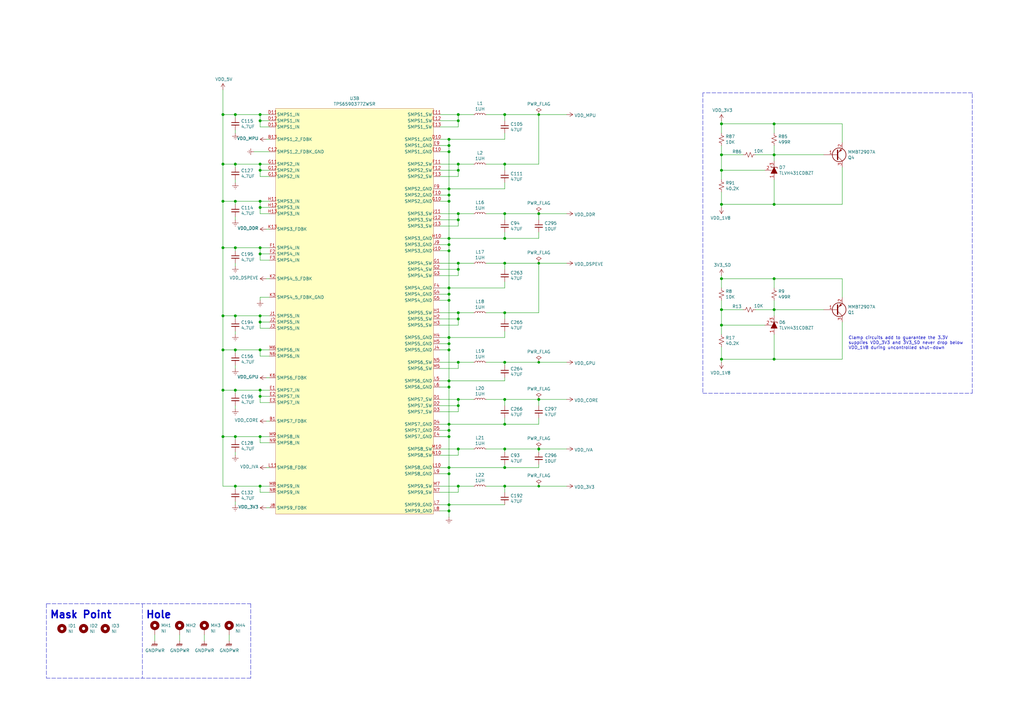
<source format=kicad_sch>
(kicad_sch (version 20210126) (generator eeschema)
  (paper "A3")
  (title_block (title "BeagleBone AI AM57x") (date "2021-01-15") (rev "Kicad-A1") (company "KiCad Services Corporation"))
  (junction (at 91.44 46.99) (diameter 1.016))
  (junction (at 91.44 67.31) (diameter 1.016))
  (junction (at 91.44 82.55) (diameter 1.016))
  (junction (at 91.44 101.6) (diameter 1.016))
  (junction (at 91.44 129.54) (diameter 1.016))
  (junction (at 91.44 143.51) (diameter 1.016))
  (junction (at 91.44 160.02) (diameter 1.016))
  (junction (at 91.44 179.07) (diameter 1.016))
  (junction (at 96.52 46.99) (diameter 1.016))
  (junction (at 96.52 67.31) (diameter 1.016))
  (junction (at 96.52 82.55) (diameter 1.016))
  (junction (at 96.52 101.6) (diameter 1.016))
  (junction (at 96.52 129.54) (diameter 1.016))
  (junction (at 96.52 143.51) (diameter 1.016))
  (junction (at 96.52 160.02) (diameter 1.016))
  (junction (at 96.52 179.07) (diameter 1.016))
  (junction (at 96.52 199.39) (diameter 1.016))
  (junction (at 106.68 46.99) (diameter 1.016))
  (junction (at 106.68 49.53) (diameter 1.016))
  (junction (at 106.68 67.31) (diameter 1.016))
  (junction (at 106.68 69.85) (diameter 1.016))
  (junction (at 106.68 82.55) (diameter 1.016))
  (junction (at 106.68 85.09) (diameter 1.016))
  (junction (at 106.68 101.6) (diameter 1.016))
  (junction (at 106.68 104.14) (diameter 1.016))
  (junction (at 106.68 129.54) (diameter 1.016))
  (junction (at 106.68 132.08) (diameter 1.016))
  (junction (at 106.68 143.51) (diameter 1.016))
  (junction (at 106.68 160.02) (diameter 1.016))
  (junction (at 106.68 162.56) (diameter 1.016))
  (junction (at 106.68 179.07) (diameter 1.016))
  (junction (at 106.68 199.39) (diameter 1.016))
  (junction (at 184.15 57.15) (diameter 1.016))
  (junction (at 184.15 59.69) (diameter 1.016))
  (junction (at 184.15 62.23) (diameter 1.016))
  (junction (at 184.15 77.47) (diameter 1.016))
  (junction (at 184.15 80.01) (diameter 1.016))
  (junction (at 184.15 82.55) (diameter 1.016))
  (junction (at 184.15 97.79) (diameter 1.016))
  (junction (at 184.15 100.33) (diameter 1.016))
  (junction (at 184.15 102.87) (diameter 1.016))
  (junction (at 184.15 118.11) (diameter 1.016))
  (junction (at 184.15 120.65) (diameter 1.016))
  (junction (at 184.15 123.19) (diameter 1.016))
  (junction (at 184.15 138.43) (diameter 1.016))
  (junction (at 184.15 140.97) (diameter 1.016))
  (junction (at 184.15 143.51) (diameter 1.016))
  (junction (at 184.15 156.21) (diameter 1.016))
  (junction (at 184.15 158.75) (diameter 1.016))
  (junction (at 184.15 173.99) (diameter 1.016))
  (junction (at 184.15 176.53) (diameter 1.016))
  (junction (at 184.15 179.07) (diameter 1.016))
  (junction (at 184.15 191.77) (diameter 1.016))
  (junction (at 184.15 194.31) (diameter 1.016))
  (junction (at 184.15 207.01) (diameter 1.016))
  (junction (at 184.15 209.55) (diameter 1.016))
  (junction (at 187.96 46.99) (diameter 1.016))
  (junction (at 187.96 49.53) (diameter 1.016))
  (junction (at 187.96 67.31) (diameter 1.016))
  (junction (at 187.96 69.85) (diameter 1.016))
  (junction (at 187.96 87.63) (diameter 1.016))
  (junction (at 187.96 90.17) (diameter 1.016))
  (junction (at 187.96 107.95) (diameter 1.016))
  (junction (at 187.96 110.49) (diameter 1.016))
  (junction (at 187.96 128.27) (diameter 1.016))
  (junction (at 187.96 130.81) (diameter 1.016))
  (junction (at 187.96 148.59) (diameter 1.016))
  (junction (at 187.96 163.83) (diameter 1.016))
  (junction (at 187.96 166.37) (diameter 1.016))
  (junction (at 187.96 184.15) (diameter 1.016))
  (junction (at 187.96 199.39) (diameter 1.016))
  (junction (at 207.01 46.99) (diameter 1.016))
  (junction (at 207.01 67.31) (diameter 1.016))
  (junction (at 207.01 87.63) (diameter 1.016))
  (junction (at 207.01 97.79) (diameter 1.016))
  (junction (at 207.01 107.95) (diameter 1.016))
  (junction (at 207.01 128.27) (diameter 1.016))
  (junction (at 207.01 148.59) (diameter 1.016))
  (junction (at 207.01 163.83) (diameter 1.016))
  (junction (at 207.01 173.99) (diameter 1.016))
  (junction (at 207.01 184.15) (diameter 1.016))
  (junction (at 207.01 191.77) (diameter 1.016))
  (junction (at 207.01 199.39) (diameter 1.016))
  (junction (at 220.98 46.99) (diameter 0.9144))
  (junction (at 220.98 87.63) (diameter 1.016))
  (junction (at 220.98 107.95) (diameter 0.9144))
  (junction (at 220.98 148.59) (diameter 0.9144))
  (junction (at 220.98 163.83) (diameter 1.016))
  (junction (at 220.98 184.15) (diameter 1.016))
  (junction (at 220.98 199.39) (diameter 0.9144))
  (junction (at 295.91 50.8) (diameter 1.016))
  (junction (at 295.91 63.5) (diameter 1.016))
  (junction (at 295.91 69.85) (diameter 1.016))
  (junction (at 295.91 83.82) (diameter 1.016))
  (junction (at 295.91 114.3) (diameter 1.016))
  (junction (at 295.91 127) (diameter 1.016))
  (junction (at 295.91 133.35) (diameter 1.016))
  (junction (at 295.91 147.32) (diameter 1.016))
  (junction (at 317.5 50.8) (diameter 1.016))
  (junction (at 317.5 63.5) (diameter 1.016))
  (junction (at 317.5 83.82) (diameter 1.016))
  (junction (at 317.5 114.3) (diameter 1.016))
  (junction (at 317.5 127) (diameter 1.016))
  (junction (at 317.5 147.32) (diameter 1.016))
  (wire (pts (xy 63.5 260.35) (xy 63.5 262.89)))
  (wire (pts (xy 73.66 260.35) (xy 73.66 262.89)))
  (wire (pts (xy 83.82 260.35) (xy 83.82 262.89)))
  (wire (pts (xy 91.44 46.99) (xy 91.44 36.83)))
  (wire (pts (xy 91.44 67.31) (xy 91.44 46.99)))
  (wire (pts (xy 91.44 82.55) (xy 91.44 67.31)))
  (wire (pts (xy 91.44 101.6) (xy 91.44 82.55)))
  (wire (pts (xy 91.44 129.54) (xy 91.44 101.6)))
  (wire (pts (xy 91.44 143.51) (xy 91.44 129.54)))
  (wire (pts (xy 91.44 160.02) (xy 91.44 143.51)))
  (wire (pts (xy 91.44 179.07) (xy 91.44 160.02)))
  (wire (pts (xy 91.44 199.39) (xy 91.44 179.07)))
  (wire (pts (xy 93.98 260.35) (xy 93.98 262.89)))
  (wire (pts (xy 96.52 46.99) (xy 91.44 46.99)))
  (wire (pts (xy 96.52 46.99) (xy 96.52 48.26)))
  (wire (pts (xy 96.52 53.34) (xy 96.52 54.61)))
  (wire (pts (xy 96.52 67.31) (xy 91.44 67.31)))
  (wire (pts (xy 96.52 67.31) (xy 96.52 68.58)))
  (wire (pts (xy 96.52 73.66) (xy 96.52 74.93)))
  (wire (pts (xy 96.52 82.55) (xy 91.44 82.55)))
  (wire (pts (xy 96.52 82.55) (xy 96.52 83.82)))
  (wire (pts (xy 96.52 88.9) (xy 96.52 90.17)))
  (wire (pts (xy 96.52 101.6) (xy 91.44 101.6)))
  (wire (pts (xy 96.52 101.6) (xy 96.52 102.87)))
  (wire (pts (xy 96.52 107.95) (xy 96.52 109.22)))
  (wire (pts (xy 96.52 129.54) (xy 91.44 129.54)))
  (wire (pts (xy 96.52 129.54) (xy 96.52 130.81)))
  (wire (pts (xy 96.52 135.89) (xy 96.52 137.16)))
  (wire (pts (xy 96.52 143.51) (xy 91.44 143.51)))
  (wire (pts (xy 96.52 143.51) (xy 96.52 144.78)))
  (wire (pts (xy 96.52 149.86) (xy 96.52 151.13)))
  (wire (pts (xy 96.52 160.02) (xy 91.44 160.02)))
  (wire (pts (xy 96.52 160.02) (xy 96.52 161.29)))
  (wire (pts (xy 96.52 166.37) (xy 96.52 167.64)))
  (wire (pts (xy 96.52 179.07) (xy 91.44 179.07)))
  (wire (pts (xy 96.52 179.07) (xy 96.52 180.34)))
  (wire (pts (xy 96.52 185.42) (xy 96.52 186.69)))
  (wire (pts (xy 96.52 199.39) (xy 91.44 199.39)))
  (wire (pts (xy 96.52 199.39) (xy 96.52 200.66)))
  (wire (pts (xy 96.52 205.74) (xy 96.52 207.01)))
  (wire (pts (xy 104.14 62.23) (xy 110.49 62.23)))
  (wire (pts (xy 106.68 46.99) (xy 96.52 46.99)))
  (wire (pts (xy 106.68 49.53) (xy 106.68 46.99)))
  (wire (pts (xy 106.68 49.53) (xy 110.49 49.53)))
  (wire (pts (xy 106.68 52.07) (xy 106.68 49.53)))
  (wire (pts (xy 106.68 67.31) (xy 96.52 67.31)))
  (wire (pts (xy 106.68 69.85) (xy 106.68 67.31)))
  (wire (pts (xy 106.68 69.85) (xy 110.49 69.85)))
  (wire (pts (xy 106.68 72.39) (xy 106.68 69.85)))
  (wire (pts (xy 106.68 82.55) (xy 96.52 82.55)))
  (wire (pts (xy 106.68 85.09) (xy 106.68 82.55)))
  (wire (pts (xy 106.68 85.09) (xy 110.49 85.09)))
  (wire (pts (xy 106.68 87.63) (xy 106.68 85.09)))
  (wire (pts (xy 106.68 101.6) (xy 96.52 101.6)))
  (wire (pts (xy 106.68 104.14) (xy 106.68 101.6)))
  (wire (pts (xy 106.68 104.14) (xy 110.49 104.14)))
  (wire (pts (xy 106.68 106.68) (xy 106.68 104.14)))
  (wire (pts (xy 106.68 121.92) (xy 106.68 123.19)))
  (wire (pts (xy 106.68 129.54) (xy 96.52 129.54)))
  (wire (pts (xy 106.68 132.08) (xy 106.68 129.54)))
  (wire (pts (xy 106.68 132.08) (xy 110.49 132.08)))
  (wire (pts (xy 106.68 134.62) (xy 106.68 132.08)))
  (wire (pts (xy 106.68 143.51) (xy 96.52 143.51)))
  (wire (pts (xy 106.68 146.05) (xy 106.68 143.51)))
  (wire (pts (xy 106.68 160.02) (xy 96.52 160.02)))
  (wire (pts (xy 106.68 162.56) (xy 106.68 160.02)))
  (wire (pts (xy 106.68 162.56) (xy 110.49 162.56)))
  (wire (pts (xy 106.68 165.1) (xy 106.68 162.56)))
  (wire (pts (xy 106.68 179.07) (xy 96.52 179.07)))
  (wire (pts (xy 106.68 181.61) (xy 106.68 179.07)))
  (wire (pts (xy 106.68 199.39) (xy 96.52 199.39)))
  (wire (pts (xy 106.68 201.93) (xy 106.68 199.39)))
  (wire (pts (xy 109.22 57.15) (xy 110.49 57.15)))
  (wire (pts (xy 109.22 93.98) (xy 110.49 93.98)))
  (wire (pts (xy 109.22 114.3) (xy 110.49 114.3)))
  (wire (pts (xy 109.22 154.94) (xy 110.49 154.94)))
  (wire (pts (xy 109.22 172.72) (xy 110.49 172.72)))
  (wire (pts (xy 109.22 191.77) (xy 110.49 191.77)))
  (wire (pts (xy 109.22 208.28) (xy 110.49 208.28)))
  (wire (pts (xy 110.49 46.99) (xy 106.68 46.99)))
  (wire (pts (xy 110.49 52.07) (xy 106.68 52.07)))
  (wire (pts (xy 110.49 67.31) (xy 106.68 67.31)))
  (wire (pts (xy 110.49 72.39) (xy 106.68 72.39)))
  (wire (pts (xy 110.49 82.55) (xy 106.68 82.55)))
  (wire (pts (xy 110.49 87.63) (xy 106.68 87.63)))
  (wire (pts (xy 110.49 101.6) (xy 106.68 101.6)))
  (wire (pts (xy 110.49 106.68) (xy 106.68 106.68)))
  (wire (pts (xy 110.49 121.92) (xy 106.68 121.92)))
  (wire (pts (xy 110.49 129.54) (xy 106.68 129.54)))
  (wire (pts (xy 110.49 134.62) (xy 106.68 134.62)))
  (wire (pts (xy 110.49 143.51) (xy 106.68 143.51)))
  (wire (pts (xy 110.49 146.05) (xy 106.68 146.05)))
  (wire (pts (xy 110.49 160.02) (xy 106.68 160.02)))
  (wire (pts (xy 110.49 165.1) (xy 106.68 165.1)))
  (wire (pts (xy 110.49 179.07) (xy 106.68 179.07)))
  (wire (pts (xy 110.49 181.61) (xy 106.68 181.61)))
  (wire (pts (xy 110.49 199.39) (xy 106.68 199.39)))
  (wire (pts (xy 110.49 201.93) (xy 106.68 201.93)))
  (wire (pts (xy 180.34 46.99) (xy 187.96 46.99)))
  (wire (pts (xy 180.34 49.53) (xy 187.96 49.53)))
  (wire (pts (xy 180.34 52.07) (xy 187.96 52.07)))
  (wire (pts (xy 180.34 57.15) (xy 184.15 57.15)))
  (wire (pts (xy 180.34 59.69) (xy 184.15 59.69)))
  (wire (pts (xy 180.34 62.23) (xy 184.15 62.23)))
  (wire (pts (xy 180.34 67.31) (xy 187.96 67.31)))
  (wire (pts (xy 180.34 69.85) (xy 187.96 69.85)))
  (wire (pts (xy 180.34 72.39) (xy 187.96 72.39)))
  (wire (pts (xy 180.34 77.47) (xy 184.15 77.47)))
  (wire (pts (xy 180.34 80.01) (xy 184.15 80.01)))
  (wire (pts (xy 180.34 82.55) (xy 184.15 82.55)))
  (wire (pts (xy 180.34 87.63) (xy 187.96 87.63)))
  (wire (pts (xy 180.34 90.17) (xy 187.96 90.17)))
  (wire (pts (xy 180.34 92.71) (xy 187.96 92.71)))
  (wire (pts (xy 180.34 97.79) (xy 184.15 97.79)))
  (wire (pts (xy 180.34 100.33) (xy 184.15 100.33)))
  (wire (pts (xy 180.34 102.87) (xy 184.15 102.87)))
  (wire (pts (xy 180.34 107.95) (xy 187.96 107.95)))
  (wire (pts (xy 180.34 110.49) (xy 187.96 110.49)))
  (wire (pts (xy 180.34 113.03) (xy 187.96 113.03)))
  (wire (pts (xy 180.34 118.11) (xy 184.15 118.11)))
  (wire (pts (xy 180.34 120.65) (xy 184.15 120.65)))
  (wire (pts (xy 180.34 123.19) (xy 184.15 123.19)))
  (wire (pts (xy 180.34 128.27) (xy 187.96 128.27)))
  (wire (pts (xy 180.34 130.81) (xy 187.96 130.81)))
  (wire (pts (xy 180.34 133.35) (xy 187.96 133.35)))
  (wire (pts (xy 180.34 138.43) (xy 184.15 138.43)))
  (wire (pts (xy 180.34 140.97) (xy 184.15 140.97)))
  (wire (pts (xy 180.34 143.51) (xy 184.15 143.51)))
  (wire (pts (xy 180.34 148.59) (xy 187.96 148.59)))
  (wire (pts (xy 180.34 151.13) (xy 187.96 151.13)))
  (wire (pts (xy 180.34 156.21) (xy 184.15 156.21)))
  (wire (pts (xy 180.34 158.75) (xy 184.15 158.75)))
  (wire (pts (xy 180.34 163.83) (xy 187.96 163.83)))
  (wire (pts (xy 180.34 166.37) (xy 187.96 166.37)))
  (wire (pts (xy 180.34 168.91) (xy 187.96 168.91)))
  (wire (pts (xy 180.34 173.99) (xy 184.15 173.99)))
  (wire (pts (xy 180.34 176.53) (xy 184.15 176.53)))
  (wire (pts (xy 180.34 179.07) (xy 184.15 179.07)))
  (wire (pts (xy 180.34 184.15) (xy 187.96 184.15)))
  (wire (pts (xy 180.34 186.69) (xy 187.96 186.69)))
  (wire (pts (xy 180.34 191.77) (xy 184.15 191.77)))
  (wire (pts (xy 180.34 194.31) (xy 184.15 194.31)))
  (wire (pts (xy 180.34 199.39) (xy 187.96 199.39)))
  (wire (pts (xy 180.34 201.93) (xy 187.96 201.93)))
  (wire (pts (xy 180.34 207.01) (xy 184.15 207.01)))
  (wire (pts (xy 180.34 209.55) (xy 184.15 209.55)))
  (wire (pts (xy 184.15 57.15) (xy 184.15 59.69)))
  (wire (pts (xy 184.15 57.15) (xy 207.01 57.15)))
  (wire (pts (xy 184.15 59.69) (xy 184.15 62.23)))
  (wire (pts (xy 184.15 62.23) (xy 184.15 77.47)))
  (wire (pts (xy 184.15 77.47) (xy 184.15 80.01)))
  (wire (pts (xy 184.15 80.01) (xy 184.15 82.55)))
  (wire (pts (xy 184.15 82.55) (xy 184.15 97.79)))
  (wire (pts (xy 184.15 97.79) (xy 184.15 100.33)))
  (wire (pts (xy 184.15 97.79) (xy 207.01 97.79)))
  (wire (pts (xy 184.15 100.33) (xy 184.15 102.87)))
  (wire (pts (xy 184.15 102.87) (xy 184.15 118.11)))
  (wire (pts (xy 184.15 118.11) (xy 184.15 120.65)))
  (wire (pts (xy 184.15 118.11) (xy 207.01 118.11)))
  (wire (pts (xy 184.15 120.65) (xy 184.15 123.19)))
  (wire (pts (xy 184.15 123.19) (xy 184.15 138.43)))
  (wire (pts (xy 184.15 138.43) (xy 184.15 140.97)))
  (wire (pts (xy 184.15 138.43) (xy 207.01 138.43)))
  (wire (pts (xy 184.15 140.97) (xy 184.15 143.51)))
  (wire (pts (xy 184.15 143.51) (xy 184.15 156.21)))
  (wire (pts (xy 184.15 156.21) (xy 184.15 158.75)))
  (wire (pts (xy 184.15 156.21) (xy 207.01 156.21)))
  (wire (pts (xy 184.15 158.75) (xy 184.15 173.99)))
  (wire (pts (xy 184.15 173.99) (xy 184.15 176.53)))
  (wire (pts (xy 184.15 173.99) (xy 207.01 173.99)))
  (wire (pts (xy 184.15 176.53) (xy 184.15 179.07)))
  (wire (pts (xy 184.15 179.07) (xy 184.15 191.77)))
  (wire (pts (xy 184.15 191.77) (xy 184.15 194.31)))
  (wire (pts (xy 184.15 191.77) (xy 207.01 191.77)))
  (wire (pts (xy 184.15 194.31) (xy 184.15 207.01)))
  (wire (pts (xy 184.15 207.01) (xy 207.01 207.01)))
  (wire (pts (xy 184.15 209.55) (xy 184.15 207.01)))
  (wire (pts (xy 184.15 209.55) (xy 184.15 212.09)))
  (wire (pts (xy 187.96 46.99) (xy 194.31 46.99)))
  (wire (pts (xy 187.96 49.53) (xy 187.96 46.99)))
  (wire (pts (xy 187.96 52.07) (xy 187.96 49.53)))
  (wire (pts (xy 187.96 67.31) (xy 194.31 67.31)))
  (wire (pts (xy 187.96 69.85) (xy 187.96 67.31)))
  (wire (pts (xy 187.96 72.39) (xy 187.96 69.85)))
  (wire (pts (xy 187.96 87.63) (xy 194.31 87.63)))
  (wire (pts (xy 187.96 90.17) (xy 187.96 87.63)))
  (wire (pts (xy 187.96 92.71) (xy 187.96 90.17)))
  (wire (pts (xy 187.96 107.95) (xy 194.31 107.95)))
  (wire (pts (xy 187.96 110.49) (xy 187.96 107.95)))
  (wire (pts (xy 187.96 113.03) (xy 187.96 110.49)))
  (wire (pts (xy 187.96 128.27) (xy 194.31 128.27)))
  (wire (pts (xy 187.96 130.81) (xy 187.96 128.27)))
  (wire (pts (xy 187.96 133.35) (xy 187.96 130.81)))
  (wire (pts (xy 187.96 148.59) (xy 194.31 148.59)))
  (wire (pts (xy 187.96 151.13) (xy 187.96 148.59)))
  (wire (pts (xy 187.96 163.83) (xy 194.31 163.83)))
  (wire (pts (xy 187.96 166.37) (xy 187.96 163.83)))
  (wire (pts (xy 187.96 168.91) (xy 187.96 166.37)))
  (wire (pts (xy 187.96 184.15) (xy 194.31 184.15)))
  (wire (pts (xy 187.96 186.69) (xy 187.96 184.15)))
  (wire (pts (xy 187.96 199.39) (xy 194.31 199.39)))
  (wire (pts (xy 187.96 201.93) (xy 187.96 199.39)))
  (wire (pts (xy 199.39 46.99) (xy 207.01 46.99)))
  (wire (pts (xy 199.39 67.31) (xy 207.01 67.31)))
  (wire (pts (xy 199.39 87.63) (xy 207.01 87.63)))
  (wire (pts (xy 199.39 107.95) (xy 207.01 107.95)))
  (wire (pts (xy 199.39 128.27) (xy 207.01 128.27)))
  (wire (pts (xy 199.39 148.59) (xy 207.01 148.59)))
  (wire (pts (xy 199.39 163.83) (xy 207.01 163.83)))
  (wire (pts (xy 199.39 184.15) (xy 207.01 184.15)))
  (wire (pts (xy 199.39 199.39) (xy 207.01 199.39)))
  (wire (pts (xy 207.01 46.99) (xy 207.01 49.53)))
  (wire (pts (xy 207.01 46.99) (xy 220.98 46.99)))
  (wire (pts (xy 207.01 57.15) (xy 207.01 54.61)))
  (wire (pts (xy 207.01 67.31) (xy 207.01 69.85)))
  (wire (pts (xy 207.01 67.31) (xy 220.98 67.31)))
  (wire (pts (xy 207.01 74.93) (xy 207.01 77.47)))
  (wire (pts (xy 207.01 77.47) (xy 184.15 77.47)))
  (wire (pts (xy 207.01 87.63) (xy 207.01 90.17)))
  (wire (pts (xy 207.01 87.63) (xy 220.98 87.63)))
  (wire (pts (xy 207.01 95.25) (xy 207.01 97.79)))
  (wire (pts (xy 207.01 107.95) (xy 207.01 110.49)))
  (wire (pts (xy 207.01 107.95) (xy 220.98 107.95)))
  (wire (pts (xy 207.01 118.11) (xy 207.01 115.57)))
  (wire (pts (xy 207.01 128.27) (xy 207.01 130.81)))
  (wire (pts (xy 207.01 128.27) (xy 220.98 128.27)))
  (wire (pts (xy 207.01 138.43) (xy 207.01 135.89)))
  (wire (pts (xy 207.01 148.59) (xy 207.01 149.86)))
  (wire (pts (xy 207.01 148.59) (xy 220.98 148.59)))
  (wire (pts (xy 207.01 154.94) (xy 207.01 156.21)))
  (wire (pts (xy 207.01 163.83) (xy 207.01 166.37)))
  (wire (pts (xy 207.01 163.83) (xy 220.98 163.83)))
  (wire (pts (xy 207.01 173.99) (xy 207.01 171.45)))
  (wire (pts (xy 207.01 184.15) (xy 207.01 185.42)))
  (wire (pts (xy 207.01 184.15) (xy 220.98 184.15)))
  (wire (pts (xy 207.01 190.5) (xy 207.01 191.77)))
  (wire (pts (xy 207.01 199.39) (xy 207.01 201.93)))
  (wire (pts (xy 207.01 199.39) (xy 220.98 199.39)))
  (wire (pts (xy 220.98 46.99) (xy 220.98 67.31)))
  (wire (pts (xy 220.98 46.99) (xy 232.41 46.99)))
  (wire (pts (xy 220.98 87.63) (xy 220.98 90.17)))
  (wire (pts (xy 220.98 87.63) (xy 232.41 87.63)))
  (wire (pts (xy 220.98 95.25) (xy 220.98 97.79)))
  (wire (pts (xy 220.98 97.79) (xy 207.01 97.79)))
  (wire (pts (xy 220.98 107.95) (xy 232.41 107.95)))
  (wire (pts (xy 220.98 128.27) (xy 220.98 107.95)))
  (wire (pts (xy 220.98 148.59) (xy 232.41 148.59)))
  (wire (pts (xy 220.98 163.83) (xy 220.98 166.37)))
  (wire (pts (xy 220.98 163.83) (xy 232.41 163.83)))
  (wire (pts (xy 220.98 171.45) (xy 220.98 173.99)))
  (wire (pts (xy 220.98 173.99) (xy 207.01 173.99)))
  (wire (pts (xy 220.98 184.15) (xy 220.98 185.42)))
  (wire (pts (xy 220.98 184.15) (xy 232.41 184.15)))
  (wire (pts (xy 220.98 190.5) (xy 220.98 191.77)))
  (wire (pts (xy 220.98 191.77) (xy 207.01 191.77)))
  (wire (pts (xy 220.98 199.39) (xy 232.41 199.39)))
  (wire (pts (xy 295.91 49.53) (xy 295.91 50.8)))
  (wire (pts (xy 295.91 50.8) (xy 295.91 54.61)))
  (wire (pts (xy 295.91 59.69) (xy 295.91 63.5)))
  (wire (pts (xy 295.91 63.5) (xy 295.91 69.85)))
  (wire (pts (xy 295.91 63.5) (xy 304.8 63.5)))
  (wire (pts (xy 295.91 69.85) (xy 295.91 73.66)))
  (wire (pts (xy 295.91 69.85) (xy 313.69 69.85)))
  (wire (pts (xy 295.91 83.82) (xy 295.91 78.74)))
  (wire (pts (xy 295.91 83.82) (xy 295.91 85.09)))
  (wire (pts (xy 295.91 113.03) (xy 295.91 114.3)))
  (wire (pts (xy 295.91 114.3) (xy 295.91 118.11)))
  (wire (pts (xy 295.91 123.19) (xy 295.91 127)))
  (wire (pts (xy 295.91 127) (xy 295.91 133.35)))
  (wire (pts (xy 295.91 127) (xy 304.8 127)))
  (wire (pts (xy 295.91 133.35) (xy 295.91 137.16)))
  (wire (pts (xy 295.91 133.35) (xy 313.69 133.35)))
  (wire (pts (xy 295.91 147.32) (xy 295.91 142.24)))
  (wire (pts (xy 295.91 147.32) (xy 295.91 148.59)))
  (wire (pts (xy 309.88 63.5) (xy 317.5 63.5)))
  (wire (pts (xy 309.88 127) (xy 317.5 127)))
  (wire (pts (xy 317.5 50.8) (xy 295.91 50.8)))
  (wire (pts (xy 317.5 54.61) (xy 317.5 50.8)))
  (wire (pts (xy 317.5 63.5) (xy 317.5 59.69)))
  (wire (pts (xy 317.5 63.5) (xy 317.5 66.04)))
  (wire (pts (xy 317.5 63.5) (xy 337.82 63.5)))
  (wire (pts (xy 317.5 73.66) (xy 317.5 83.82)))
  (wire (pts (xy 317.5 83.82) (xy 295.91 83.82)))
  (wire (pts (xy 317.5 114.3) (xy 295.91 114.3)))
  (wire (pts (xy 317.5 118.11) (xy 317.5 114.3)))
  (wire (pts (xy 317.5 127) (xy 317.5 123.19)))
  (wire (pts (xy 317.5 127) (xy 317.5 129.54)))
  (wire (pts (xy 317.5 127) (xy 337.82 127)))
  (wire (pts (xy 317.5 137.16) (xy 317.5 147.32)))
  (wire (pts (xy 317.5 147.32) (xy 295.91 147.32)))
  (wire (pts (xy 345.44 50.8) (xy 317.5 50.8)))
  (wire (pts (xy 345.44 58.42) (xy 345.44 50.8)))
  (wire (pts (xy 345.44 68.58) (xy 345.44 83.82)))
  (wire (pts (xy 345.44 83.82) (xy 317.5 83.82)))
  (wire (pts (xy 345.44 114.3) (xy 317.5 114.3)))
  (wire (pts (xy 345.44 121.92) (xy 345.44 114.3)))
  (wire (pts (xy 345.44 132.08) (xy 345.44 147.32)))
  (wire (pts (xy 345.44 147.32) (xy 317.5 147.32)))
  (polyline (pts (xy 19.05 247.65) (xy 19.05 278.13)) (stroke (width 0) (type dash)))
  (polyline (pts (xy 19.05 247.65) (xy 102.87 247.65)) (stroke (width 0) (type dash)))
  (polyline (pts (xy 58.42 247.65) (xy 58.42 278.13)) (stroke (width 0) (type dash)))
  (polyline (pts (xy 102.87 247.65) (xy 102.87 278.13)) (stroke (width 0) (type dash)))
  (polyline (pts (xy 102.87 278.13) (xy 19.05 278.13)) (stroke (width 0) (type dash)))
  (polyline (pts (xy 288.29 38.1) (xy 288.29 161.29)) (stroke (width 0) (type dash)))
  (polyline (pts (xy 288.29 161.29) (xy 398.78 161.29)) (stroke (width 0) (type dash)))
  (polyline (pts (xy 398.78 38.1) (xy 288.29 38.1)) (stroke (width 0) (type dash)))
  (polyline (pts (xy 398.78 161.29) (xy 398.78 38.1)) (stroke (width 0) (type dash)))
  (text "Mask Point" (at 20.32 254 0) (effects (font (size 3 3) (thickness 0.6) bold) (justify left bottom)))
  (text "Hole" (at 59.69 254 0) (effects (font (size 3 3) (thickness 0.6) bold) (justify left bottom)))
  (text "Clamp circuits add to guarantee the 3.3V\nsupplies VDD_3V3 and 3V3_SD never drop below\nVDD_1V8 during uncontrolled shut-down" (at 347.98 143.51 0) (effects (font (size 1.27 1.27)) (justify left bottom)))
  (symbol (lib_id "Device:L_Small") (at 196.85 46.99 90) (unit 1)
    (property "Reference" "L1" (at 196.85 42.399 90))
    (property "Value" "1UH" (at 196.85 44.6975 90))
    (property "Footprint" "beaglebone-ai:L40X40_B" (effects hide))
    (property "Description" "Power Inductor,Magnetic shielded,1uH,idc4.5A,27mohm,4.3x4.0x2.0mm,20%,SMD,TR" (effects hide))
    (property "Manufacturer" "SP04O203M1U" (effects hide))
    (property "Manufacturer P/N" "Power Inductor,Magnetic shielded,1uH,idc4.5A,27mohm,4.3x4.0x2.0mm,20%,SMD,TR" (effects hide))
    (property "MANUFACTURER" "GAUSSTEK" (effects hide))
  )
  (symbol (lib_id "Device:L_Small") (at 196.85 67.31 90) (unit 1)
    (property "Reference" "L2" (at 196.85 62.719 90))
    (property "Value" "1UH" (at 196.85 65.0175 90))
    (property "Footprint" "beaglebone-ai:L40X40_B" (effects hide))
    (property "Description" "Power Inductor,Magnetic shielded,1uH,idc4.5A,27mohm,4.3x4.0x2.0mm,20%,SMD,TR" (effects hide))
    (property "Manufacturer" "SP04O203M1U" (effects hide))
    (property "Manufacturer P/N" "Power Inductor,Magnetic shielded,1uH,idc4.5A,27mohm,4.3x4.0x2.0mm,20%,SMD,TR" (effects hide))
    (property "MANUFACTURER" "GAUSSTEK" (effects hide))
  )
  (symbol (lib_id "Device:L_Small") (at 196.85 87.63 90) (unit 1)
    (property "Reference" "L16" (at 196.85 83.039 90))
    (property "Value" "1UH" (at 196.85 85.3375 90))
    (property "Footprint" "beaglebone-ai:INDPW250X200X105N" (effects hide))
    (property "Description" "SMD Power Inductors 1uH +/-20%;-25C to +125C SATURATION CURRENT 3.1A;DCR 85m;Size:2.5*2.0*1.05mm " (effects hide))
    (property "Manufacturer" "DI20A102M1U" (effects hide))
    (property "Manufacturer P/N" "SMD Power Inductors 1uH +/-20%;-25C to +125C SATURATION CURRENT 3.1A;DCR 85m;Size:2.5*2.0*1.05mm " (effects hide))
    (property "MANUFACTURER" "Gausstek" (effects hide))
  )
  (symbol (lib_id "Device:L_Small") (at 196.85 107.95 90) (unit 1)
    (property "Reference" "L17" (at 196.85 103.359 90))
    (property "Value" "1UH" (at 196.85 105.6575 90))
    (property "Footprint" "beaglebone-ai:INDPW250X200X105N" (effects hide))
    (property "Description" "SMD Power Inductors 1uH +/-20%;-25C to +125C SATURATION CURRENT 3.1A;DCR 85m;Size:2.5*2.0*1.05mm " (effects hide))
    (property "Manufacturer" "DI20A102M1U" (effects hide))
    (property "Manufacturer P/N" "SMD Power Inductors 1uH +/-20%;-25C to +125C SATURATION CURRENT 3.1A;DCR 85m;Size:2.5*2.0*1.05mm " (effects hide))
    (property "MANUFACTURER" "Gausstek" (effects hide))
  )
  (symbol (lib_id "Device:L_Small") (at 196.85 128.27 90) (unit 1)
    (property "Reference" "L18" (at 196.85 123.679 90))
    (property "Value" "1UH" (at 196.85 125.9775 90))
    (property "Footprint" "beaglebone-ai:INDPW250X200X105N" (effects hide))
    (property "Description" "SMD Power Inductors 1uH +/-20%;-25C to +125C SATURATION CURRENT 3.1A;DCR 85m;Size:2.5*2.0*1.05mm " (effects hide))
    (property "Manufacturer" "DI20A102M1U" (effects hide))
    (property "Manufacturer P/N" "SMD Power Inductors 1uH +/-20%;-25C to +125C SATURATION CURRENT 3.1A;DCR 85m;Size:2.5*2.0*1.05mm " (effects hide))
    (property "MANUFACTURER" "Gausstek" (effects hide))
  )
  (symbol (lib_id "Device:L_Small") (at 196.85 148.59 90) (unit 1)
    (property "Reference" "L19" (at 196.85 143.999 90))
    (property "Value" "1UH" (at 196.85 146.2975 90))
    (property "Footprint" "beaglebone-ai:INDPW250X200X105N" (effects hide))
    (property "Description" "SMD Power Inductors 1uH +/-20%;-25C to +125C SATURATION CURRENT 3.1A;DCR 85m;Size:2.5*2.0*1.05mm " (effects hide))
    (property "Manufacturer" "DI20A102M1U" (effects hide))
    (property "Manufacturer P/N" "SMD Power Inductors 1uH +/-20%;-25C to +125C SATURATION CURRENT 3.1A;DCR 85m;Size:2.5*2.0*1.05mm " (effects hide))
    (property "MANUFACTURER" "Gausstek" (effects hide))
  )
  (symbol (lib_id "Device:L_Small") (at 196.85 163.83 90) (unit 1)
    (property "Reference" "L20" (at 196.85 159.239 90))
    (property "Value" "1UH" (at 196.85 161.5375 90))
    (property "Footprint" "beaglebone-ai:INDPW250X200X105N" (effects hide))
    (property "Description" "SMD Power Inductors 1uH +/-20%;-25C to +125C SATURATION CURRENT 3.1A;DCR 85m;Size:2.5*2.0*1.05mm " (effects hide))
    (property "Manufacturer" "DI20A102M1U" (effects hide))
    (property "Manufacturer P/N" "SMD Power Inductors 1uH +/-20%;-25C to +125C SATURATION CURRENT 3.1A;DCR 85m;Size:2.5*2.0*1.05mm " (effects hide))
    (property "MANUFACTURER" "Gausstek" (effects hide))
  )
  (symbol (lib_id "Device:L_Small") (at 196.85 184.15 90) (unit 1)
    (property "Reference" "L21" (at 196.85 179.559 90))
    (property "Value" "1UH" (at 196.85 181.8575 90))
    (property "Footprint" "beaglebone-ai:INDPW250X200X105N" (effects hide))
    (property "Description" "SMD Power Inductors 1uH +/-20%;-25C to +125C SATURATION CURRENT 3.1A;DCR 85m;Size:2.5*2.0*1.05mm " (effects hide))
    (property "Manufacturer" "DI20A102M1U" (effects hide))
    (property "Manufacturer P/N" "SMD Power Inductors 1uH +/-20%;-25C to +125C SATURATION CURRENT 3.1A;DCR 85m;Size:2.5*2.0*1.05mm " (effects hide))
    (property "MANUFACTURER" "Gausstek" (effects hide))
  )
  (symbol (lib_id "Device:L_Small") (at 196.85 199.39 90) (unit 1)
    (property "Reference" "L22" (at 196.85 194.799 90))
    (property "Value" "1UH" (at 196.85 197.0975 90))
    (property "Footprint" "beaglebone-ai:INDPW250X200X105N" (effects hide))
    (property "Description" "SMD Power Inductors 1uH +/-20%;-25C to +125C SATURATION CURRENT 3.1A;DCR 85m;Size:2.5*2.0*1.05mm " (effects hide))
    (property "Manufacturer" "DI20A102M1U" (effects hide))
    (property "Manufacturer P/N" "SMD Power Inductors 1uH +/-20%;-25C to +125C SATURATION CURRENT 3.1A;DCR 85m;Size:2.5*2.0*1.05mm " (effects hide))
    (property "MANUFACTURER" "Gausstek" (effects hide))
  )
  (symbol (lib_id "power:PWR_FLAG") (at 220.98 46.99 0) (unit 1)
    (property "Reference" "#FLG0114" (effects hide))
    (property "Value" "PWR_FLAG" (at 220.98 42.6656 0))
  )
  (symbol (lib_id "power:PWR_FLAG") (at 220.98 87.63 0) (unit 1)
    (property "Reference" "#FLG0108" (effects hide))
    (property "Value" "PWR_FLAG" (at 220.98 83.3056 0))
  )
  (symbol (lib_id "power:PWR_FLAG") (at 220.98 107.95 0) (unit 1)
    (property "Reference" "#FLG0109" (effects hide))
    (property "Value" "PWR_FLAG" (at 220.98 103.6256 0))
  )
  (symbol (lib_id "power:PWR_FLAG") (at 220.98 148.59 0) (unit 1)
    (property "Reference" "#FLG0113" (effects hide))
    (property "Value" "PWR_FLAG" (at 220.98 144.2656 0))
  )
  (symbol (lib_id "power:PWR_FLAG") (at 220.98 163.83 0) (unit 1)
    (property "Reference" "#FLG0111" (effects hide))
    (property "Value" "PWR_FLAG" (at 220.98 159.5056 0))
  )
  (symbol (lib_id "power:PWR_FLAG") (at 220.98 184.15 0) (unit 1)
    (property "Reference" "#FLG0112" (effects hide))
    (property "Value" "PWR_FLAG" (at 220.98 179.8256 0))
  )
  (symbol (lib_id "power:PWR_FLAG") (at 220.98 199.39 0) (unit 1)
    (property "Reference" "#FLG0110" (effects hide))
    (property "Value" "PWR_FLAG" (at 220.98 195.0656 0))
  )
  (symbol (lib_id "beaglebone-ai:VDD_5V") (at 91.44 36.83 0) (unit 1)
    (property "Reference" "#PWR0122" (effects hide))
    (property "Value" "VDD_5V" (at 91.8083 32.5056 0))
  )
  (symbol (lib_id "beaglebone-ai:VDD_MPU") (at 109.22 57.15 90) (unit 1)
    (property "Reference" "#PWR0125" (effects hide))
    (property "Value" "VDD_MPU" (at 106.045 56.7817 90) (effects (justify left)))
  )
  (symbol (lib_id "beaglebone-ai:VDD_DDR") (at 109.22 93.98 90) (unit 1)
    (property "Reference" "#PWR0116" (effects hide))
    (property "Value" "VDD_DDR" (at 106.0449 93.6117 90) (effects (justify left)))
  )
  (symbol (lib_id "beaglebone-ai:VDD_DSPEVE") (at 109.22 114.3 90) (unit 1)
    (property "Reference" "#PWR0120" (effects hide))
    (property "Value" "VDD_DSPEVE" (at 106.0449 113.9317 90) (effects (justify left)))
  )
  (symbol (lib_id "beaglebone-ai:VDD_GPU") (at 109.22 154.94 90) (unit 1)
    (property "Reference" "#PWR0112" (effects hide))
    (property "Value" "VDD_GPU" (at 106.045 154.5717 90) (effects (justify left)))
  )
  (symbol (lib_id "beaglebone-ai:VDD_CORE") (at 109.22 172.72 90) (unit 1)
    (property "Reference" "#PWR0114" (effects hide))
    (property "Value" "VDD_CORE" (at 106.045 172.3517 90) (effects (justify left)))
  )
  (symbol (lib_id "beaglebone-ai:VDD_IVA") (at 109.22 191.77 90) (unit 1)
    (property "Reference" "#PWR0110" (effects hide))
    (property "Value" "VDD_IVA" (at 106.045 191.4017 90) (effects (justify left)))
  )
  (symbol (lib_id "beaglebone-ai:VDD_3V3") (at 109.22 208.28 90) (unit 1)
    (property "Reference" "#PWR0109" (effects hide))
    (property "Value" "VDD_3V3" (at 106.0449 207.9117 90) (effects (justify left)))
  )
  (symbol (lib_id "beaglebone-ai:VDD_MPU") (at 232.41 46.99 270) (unit 1)
    (property "Reference" "#PWR0107" (effects hide))
    (property "Value" "VDD_MPU" (at 235.5851 47.3583 90) (effects (justify left)))
  )
  (symbol (lib_id "beaglebone-ai:VDD_DDR") (at 232.41 87.63 270) (unit 1)
    (property "Reference" "#PWR0105" (effects hide))
    (property "Value" "VDD_DDR" (at 235.5851 87.9983 90) (effects (justify left)))
  )
  (symbol (lib_id "beaglebone-ai:VDD_DSPEVE") (at 232.41 107.95 270) (unit 1)
    (property "Reference" "#PWR0104" (effects hide))
    (property "Value" "VDD_DSPEVE" (at 235.5851 108.3183 90) (effects (justify left)))
  )
  (symbol (lib_id "beaglebone-ai:VDD_GPU") (at 232.41 148.59 270) (unit 1)
    (property "Reference" "#PWR0106" (effects hide))
    (property "Value" "VDD_GPU" (at 235.5851 148.9583 90) (effects (justify left)))
  )
  (symbol (lib_id "beaglebone-ai:VDD_CORE") (at 232.41 163.83 270) (unit 1)
    (property "Reference" "#PWR0101" (effects hide))
    (property "Value" "VDD_CORE" (at 235.5851 164.1983 90) (effects (justify left)))
  )
  (symbol (lib_id "beaglebone-ai:VDD_IVA") (at 232.41 184.15 270) (unit 1)
    (property "Reference" "#PWR0102" (effects hide))
    (property "Value" "VDD_IVA" (at 235.5851 184.5183 90) (effects (justify left)))
  )
  (symbol (lib_name "beaglebone-ai:VDD_3V3_1") (lib_id "beaglebone-ai:VDD_3V3") (at 232.41 199.39 270) (unit 1)
    (property "Reference" "#PWR0103" (effects hide))
    (property "Value" "VDD_3V3" (at 235.5851 199.7583 90) (effects (justify left)))
  )
  (symbol (lib_name "beaglebone-ai:VDD_3V3_2") (lib_id "beaglebone-ai:VDD_3V3") (at 295.91 49.53 0) (unit 1)
    (property "Reference" "#PWR0135" (effects hide))
    (property "Value" "VDD_3V3" (at 296.2783 45.2056 0))
  )
  (symbol (lib_id "beaglebone-ai:VDD_1V8") (at 295.91 85.09 180) (unit 1)
    (property "Reference" "#PWR0134" (effects hide))
    (property "Value" "VDD_1V8" (at 295.5417 89.4144 0))
  )
  (symbol (lib_id "beaglebone-ai:3V3_SD") (at 295.91 113.03 0) (unit 1)
    (property "Reference" "#PWR0132" (effects hide))
    (property "Value" "3V3_SD" (at 296.2783 108.7056 0))
  )
  (symbol (lib_id "beaglebone-ai:VDD_1V8") (at 295.91 148.59 180) (unit 1)
    (property "Reference" "#PWR0133" (effects hide))
    (property "Value" "VDD_1V8" (at 295.5417 152.9144 0))
  )
  (symbol (lib_id "power:GNDPWR") (at 63.5 262.89 0) (unit 1)
    (property "Reference" "#PWR0130" (effects hide))
    (property "Value" "GNDPWR" (at 63.5635 266.808 0))
  )
  (symbol (lib_id "power:GNDPWR") (at 73.66 262.89 0) (unit 1)
    (property "Reference" "#PWR0131" (effects hide))
    (property "Value" "GNDPWR" (at 73.7235 266.808 0))
  )
  (symbol (lib_id "power:GNDPWR") (at 83.82 262.89 0) (unit 1)
    (property "Reference" "#PWR0128" (effects hide))
    (property "Value" "GNDPWR" (at 83.8835 266.808 0))
  )
  (symbol (lib_id "power:GNDPWR") (at 93.98 262.89 0) (unit 1)
    (property "Reference" "#PWR0129" (effects hide))
    (property "Value" "GNDPWR" (at 94.0435 266.808 0))
  )
  (symbol (lib_id "power:Earth") (at 96.52 54.61 0) (unit 1)
    (property "Reference" "#PWR0123" (effects hide))
    (property "Value" "Earth" (effects hide))
  )
  (symbol (lib_id "power:Earth") (at 96.52 74.93 0) (unit 1)
    (property "Reference" "#PWR0121" (effects hide))
    (property "Value" "Earth" (effects hide))
  )
  (symbol (lib_id "power:Earth") (at 96.52 90.17 0) (unit 1)
    (property "Reference" "#PWR0117" (effects hide))
    (property "Value" "Earth" (effects hide))
  )
  (symbol (lib_id "power:Earth") (at 96.52 109.22 0) (unit 1)
    (property "Reference" "#PWR0119" (effects hide))
    (property "Value" "Earth" (effects hide))
  )
  (symbol (lib_id "power:Earth") (at 96.52 137.16 0) (unit 1)
    (property "Reference" "#PWR0108" (effects hide))
    (property "Value" "Earth" (effects hide))
  )
  (symbol (lib_id "power:Earth") (at 96.52 151.13 0) (unit 1)
    (property "Reference" "#PWR0113" (effects hide))
    (property "Value" "Earth" (effects hide))
  )
  (symbol (lib_id "power:Earth") (at 96.52 167.64 0) (unit 1)
    (property "Reference" "#PWR0115" (effects hide))
    (property "Value" "Earth" (effects hide))
  )
  (symbol (lib_id "power:Earth") (at 96.52 186.69 0) (unit 1)
    (property "Reference" "#PWR0127" (effects hide))
    (property "Value" "Earth" (effects hide))
  )
  (symbol (lib_id "power:Earth") (at 96.52 207.01 0) (unit 1)
    (property "Reference" "#PWR0126" (effects hide))
    (property "Value" "Earth" (effects hide))
  )
  (symbol (lib_id "power:Earth") (at 104.14 62.23 270) (unit 1)
    (property "Reference" "#PWR0124" (effects hide))
    (property "Value" "Earth" (effects hide))
  )
  (symbol (lib_id "power:Earth") (at 106.68 123.19 0) (unit 1)
    (property "Reference" "#PWR0118" (effects hide))
    (property "Value" "Earth" (effects hide))
  )
  (symbol (lib_id "power:Earth") (at 184.15 212.09 0) (unit 1)
    (property "Reference" "#PWR0111" (effects hide))
    (property "Value" "Earth" (effects hide))
  )
  (symbol (lib_id "Device:R_Small_US") (at 295.91 57.15 0) (unit 1)
    (property "Reference" "R87" (at 297.561 56.001 0) (effects (justify left)))
    (property "Value" "10K" (at 297.561 58.299 0) (effects (justify left)))
    (property "Footprint" "beaglebone-ai:R0402" (effects hide))
    (property "Description" "RES,10K,+/-1%,1/16W,SMD0402" (effects hide))
    (property "Manufacturer" "YAGEO" (effects hide))
    (property "Manufacturer P/N" "RC0402FR-0710KL" (effects hide))
    (property "Rating" "1%" (effects hide))
  )
  (symbol (lib_id "Device:R_Small_US") (at 295.91 76.2 180) (unit 1)
    (property "Reference" "R91" (at 297.561 75.051 0) (effects (justify right)))
    (property "Value" "40.2K" (at 297.561 77.349 0) (effects (justify right)))
    (property "Footprint" "beaglebone-ai:R0402" (effects hide))
    (property "Description" "RES,40K2,+/-1%,1/16W,SMD0402" (effects hide))
    (property "Manufacturer" "YAGEO" (effects hide))
    (property "Manufacturer P/N" "RC0402FR-0740K2L" (effects hide))
    (property "Rating" "1%" (effects hide))
  )
  (symbol (lib_id "Device:R_Small_US") (at 295.91 120.65 0) (unit 1)
    (property "Reference" "R8" (at 297.561 119.501 0) (effects (justify left)))
    (property "Value" "10K" (at 297.561 121.799 0) (effects (justify left)))
    (property "Footprint" "beaglebone-ai:R0402" (effects hide))
    (property "Description" "RES,10K,+/-1%,1/16W,SMD0402" (effects hide))
    (property "Manufacturer" "YAGEO" (effects hide))
    (property "Manufacturer P/N" "RC0402FR-0710KL" (effects hide))
    (property "Rating" "1%" (effects hide))
  )
  (symbol (lib_id "Device:R_Small_US") (at 295.91 139.7 180) (unit 1)
    (property "Reference" "R17" (at 297.561 138.551 0) (effects (justify right)))
    (property "Value" "40.2K" (at 297.561 140.849 0) (effects (justify right)))
    (property "Footprint" "beaglebone-ai:R0402" (effects hide))
    (property "Description" "RES,40K2,+/-1%,1/16W,SMD0402" (effects hide))
    (property "Manufacturer" "YAGEO" (effects hide))
    (property "Manufacturer P/N" "RC0402FR-0740K2L" (effects hide))
    (property "Rating" "1%" (effects hide))
  )
  (symbol (lib_id "Device:R_Small_US") (at 307.34 63.5 90) (unit 1)
    (property "Reference" "R86" (at 302.26 62.211 90))
    (property "Value" "10K" (at 311.15 61.9695 90))
    (property "Footprint" "beaglebone-ai:R0402" (effects hide))
    (property "Description" "RES,10K,+/-1%,1/16W,SMD0402" (effects hide))
    (property "Manufacturer" "YAGEO" (effects hide))
    (property "Manufacturer P/N" "RC0402FR-0710KL" (effects hide))
    (property "Rating" "1%" (effects hide))
  )
  (symbol (lib_id "Device:R_Small_US") (at 307.34 127 90) (unit 1)
    (property "Reference" "R13" (at 302.26 125.711 90))
    (property "Value" "10K" (at 311.15 125.4695 90))
    (property "Footprint" "beaglebone-ai:R0402" (effects hide))
    (property "Description" "RES,10K,+/-1%,1/16W,SMD0402" (effects hide))
    (property "Manufacturer" "YAGEO" (effects hide))
    (property "Manufacturer P/N" "RC0402FR-0710KL" (effects hide))
    (property "Rating" "1%" (effects hide))
  )
  (symbol (lib_id "Device:R_Small_US") (at 317.5 57.15 0) (unit 1)
    (property "Reference" "R85" (at 319.151 56.001 0) (effects (justify left)))
    (property "Value" "499R" (at 319.151 58.299 0) (effects (justify left)))
    (property "Footprint" "beaglebone-ai:R0402" (effects hide))
    (property "Description" "RES,499R,+/-1%,1/16W,SMD0402" (effects hide))
    (property "Manufacturer" "YAGEO" (effects hide))
    (property "Manufacturer P/N" "RC0402FR-07499RL" (effects hide))
    (property "Rating" "1%" (effects hide))
  )
  (symbol (lib_id "Device:R_Small_US") (at 317.5 120.65 0) (unit 1)
    (property "Reference" "R9" (at 319.151 119.501 0) (effects (justify left)))
    (property "Value" "499R" (at 319.151 121.799 0) (effects (justify left)))
    (property "Footprint" "beaglebone-ai:R0402" (effects hide))
    (property "Description" "RES,499R,+/-1%,1/16W,SMD0402" (effects hide))
    (property "Manufacturer" "YAGEO" (effects hide))
    (property "Manufacturer P/N" "RC0402FR-07499RL" (effects hide))
    (property "Rating" "1%" (effects hide))
  )
  (symbol (lib_id "Mechanical:MountingHole") (at 25.4 257.81 0) (unit 1)
    (property "Reference" "ID1" (at 27.94 256.661 0) (effects (justify left)))
    (property "Value" "NI" (at 27.94 258.959 0) (effects (justify left)))
    (property "Footprint" "beaglebone-ai:FD40" (effects hide))
    (property "Description" "MARK  point,DIA 40mil" (effects hide))
  )
  (symbol (lib_id "Mechanical:MountingHole") (at 34.29 257.81 0) (unit 1)
    (property "Reference" "ID2" (at 36.83 256.661 0) (effects (justify left)))
    (property "Value" "NI" (at 36.83 258.959 0) (effects (justify left)))
    (property "Footprint" "beaglebone-ai:FD40" (effects hide))
    (property "Description" "MARK  point,DIA 40mil" (effects hide))
  )
  (symbol (lib_id "Mechanical:MountingHole") (at 43.18 257.81 0) (unit 1)
    (property "Reference" "ID3" (at 45.72 256.661 0) (effects (justify left)))
    (property "Value" "NI" (at 45.7201 258.9593 0) (effects (justify left)))
    (property "Footprint" "beaglebone-ai:FD40" (effects hide))
    (property "Description" "MARK  point,DIA 40mil" (effects hide))
  )
  (symbol (lib_id "Device:C_Small") (at 96.52 50.8 0) (unit 1)
    (property "Reference" "C115" (at 98.844 49.651 0) (effects (justify left)))
    (property "Value" "4.7UF" (at 98.844 51.949 0) (effects (justify left)))
    (property "Footprint" "beaglebone-ai:C0603" (effects hide))
    (property "Description" "CAP,4.7UF,+/-10%,X5R,16V,SMD0603" (effects hide))
    (property "Manufacturer" "Murata" (effects hide))
    (property "Manufacturer P/N" "GRM188R61C475KAAJD" (effects hide))
    (property "Rating" "16V,X5R" (effects hide))
  )
  (symbol (lib_id "Device:C_Small") (at 96.52 71.12 0) (unit 1)
    (property "Reference" "C127" (at 98.844 69.971 0) (effects (justify left)))
    (property "Value" "4.7UF" (at 98.844 72.269 0) (effects (justify left)))
    (property "Footprint" "beaglebone-ai:C0603" (effects hide))
    (property "Description" "CAP,4.7UF,+/-10%,X5R,16V,SMD0603" (effects hide))
    (property "Manufacturer" "Murata" (effects hide))
    (property "Manufacturer P/N" "GRM188R61C475KAAJD" (effects hide))
    (property "Rating" "16V,X5R" (effects hide))
  )
  (symbol (lib_id "Device:C_Small") (at 96.52 86.36 0) (unit 1)
    (property "Reference" "C114" (at 98.844 85.211 0) (effects (justify left)))
    (property "Value" "4.7UF" (at 98.844 87.509 0) (effects (justify left)))
    (property "Footprint" "beaglebone-ai:C0603" (effects hide))
    (property "Description" "CAP,4.7UF,+/-10%,X5R,16V,SMD0603" (effects hide))
    (property "Manufacturer" "Murata" (effects hide))
    (property "Manufacturer P/N" "GRM188R61C475KAAJD" (effects hide))
    (property "Rating" "16V,X5R" (effects hide))
  )
  (symbol (lib_id "Device:C_Small") (at 96.52 105.41 0) (unit 1)
    (property "Reference" "C195" (at 98.844 104.261 0) (effects (justify left)))
    (property "Value" "4.7UF" (at 98.844 106.559 0) (effects (justify left)))
    (property "Footprint" "beaglebone-ai:C0603" (effects hide))
    (property "Description" "CAP,4.7UF,+/-10%,X5R,16V,SMD0603" (effects hide))
    (property "Manufacturer" "Murata" (effects hide))
    (property "Manufacturer P/N" "GRM188R61C475KAAJD" (effects hide))
    (property "Rating" "16V,X5R" (effects hide))
  )
  (symbol (lib_id "Device:C_Small") (at 96.52 133.35 0) (unit 1)
    (property "Reference" "C194" (at 98.844 132.201 0) (effects (justify left)))
    (property "Value" "4.7UF" (at 98.844 134.499 0) (effects (justify left)))
    (property "Footprint" "beaglebone-ai:C0603" (effects hide))
    (property "Description" "CAP,4.7UF,+/-10%,X5R,16V,SMD0603" (effects hide))
    (property "Manufacturer" "Murata" (effects hide))
    (property "Manufacturer P/N" "GRM188R61C475KAAJD" (effects hide))
    (property "Rating" "16V,X5R" (effects hide))
  )
  (symbol (lib_id "Device:C_Small") (at 96.52 147.32 0) (unit 1)
    (property "Reference" "C156" (at 98.844 146.171 0) (effects (justify left)))
    (property "Value" "4.7UF" (at 98.844 148.469 0) (effects (justify left)))
    (property "Footprint" "beaglebone-ai:C0603" (effects hide))
    (property "Description" "CAP,4.7UF,+/-10%,X5R,16V,SMD0603" (effects hide))
    (property "Manufacturer" "Murata" (effects hide))
    (property "Manufacturer P/N" "GRM188R61C475KAAJD" (effects hide))
    (property "Rating" "16V,X5R" (effects hide))
  )
  (symbol (lib_id "Device:C_Small") (at 96.52 163.83 0) (unit 1)
    (property "Reference" "C196" (at 98.844 162.681 0) (effects (justify left)))
    (property "Value" "4.7UF" (at 98.844 164.979 0) (effects (justify left)))
    (property "Footprint" "beaglebone-ai:C0603" (effects hide))
    (property "Description" "CAP,4.7UF,+/-10%,X5R,16V,SMD0603" (effects hide))
    (property "Manufacturer" "Murata" (effects hide))
    (property "Manufacturer P/N" "GRM188R61C475KAAJD" (effects hide))
    (property "Rating" "16V,X5R" (effects hide))
  )
  (symbol (lib_id "Device:C_Small") (at 96.52 182.88 0) (unit 1)
    (property "Reference" "C128" (at 98.844 181.731 0) (effects (justify left)))
    (property "Value" "4.7UF" (at 98.844 184.029 0) (effects (justify left)))
    (property "Footprint" "beaglebone-ai:C0603" (effects hide))
    (property "Description" "CAP,4.7UF,+/-10%,X5R,16V,SMD0603" (effects hide))
    (property "Manufacturer" "Murata" (effects hide))
    (property "Manufacturer P/N" "GRM188R61C475KAAJD" (effects hide))
    (property "Rating" "16V,X5R" (effects hide))
  )
  (symbol (lib_id "Device:C_Small") (at 96.52 203.2 0) (unit 1)
    (property "Reference" "C132" (at 98.844 202.051 0) (effects (justify left)))
    (property "Value" "4.7UF" (at 98.844 204.349 0) (effects (justify left)))
    (property "Footprint" "beaglebone-ai:C0603" (effects hide))
    (property "Description" "CAP,4.7UF,+/-10%,X5R,16V,SMD0603" (effects hide))
    (property "Manufacturer" "Murata" (effects hide))
    (property "Manufacturer P/N" "GRM188R61C475KAAJD" (effects hide))
    (property "Rating" "16V,X5R" (effects hide))
  )
  (symbol (lib_id "Device:C_Small") (at 207.01 52.07 0) (unit 1)
    (property "Reference" "C105" (at 209.334 50.921 0) (effects (justify left)))
    (property "Value" "47UF" (at 209.334 53.219 0) (effects (justify left)))
    (property "Footprint" "beaglebone-ai:C0805" (effects hide))
    (property "Description" "CAP,47UF,+/-20%,X5R,6.3V,SMD0805" (effects hide))
    (property "Manufacturer" "MURATA" (effects hide))
    (property "Manufacturer P/N" "GRM21BR60J476ME15L" (effects hide))
    (property "Rating" "6.3V,X5R" (effects hide))
  )
  (symbol (lib_id "Device:C_Small") (at 207.01 72.39 0) (unit 1)
    (property "Reference" "C111" (at 209.334 71.241 0) (effects (justify left)))
    (property "Value" "47UF" (at 209.334 73.539 0) (effects (justify left)))
    (property "Footprint" "beaglebone-ai:C0805" (effects hide))
    (property "Description" "CAP,47UF,+/-20%,X5R,6.3V,SMD0805" (effects hide))
    (property "Manufacturer" "MURATA" (effects hide))
    (property "Manufacturer P/N" "GRM21BR60J476ME15L" (effects hide))
    (property "Rating" "6.3V,X5R" (effects hide))
  )
  (symbol (lib_id "Device:C_Small") (at 207.01 92.71 0) (unit 1)
    (property "Reference" "C94" (at 209.334 91.561 0) (effects (justify left)))
    (property "Value" "47UF" (at 209.334 93.859 0) (effects (justify left)))
    (property "Footprint" "beaglebone-ai:C0805" (effects hide))
    (property "Description" "CAP,47UF,+/-20%,X5R,6.3V,SMD0805" (effects hide))
    (property "Manufacturer" "MURATA" (effects hide))
    (property "Manufacturer P/N" "GRM21BR60J476ME15L" (effects hide))
    (property "Rating" "6.3V,X5R" (effects hide))
  )
  (symbol (lib_id "Device:C_Small") (at 207.01 113.03 0) (unit 1)
    (property "Reference" "C263" (at 209.334 111.881 0) (effects (justify left)))
    (property "Value" "47UF" (at 209.334 114.179 0) (effects (justify left)))
    (property "Footprint" "beaglebone-ai:C0805" (effects hide))
    (property "Description" "CAP,47UF,+/-20%,X5R,6.3V,SMD0805" (effects hide))
    (property "Manufacturer" "MURATA" (effects hide))
    (property "Manufacturer P/N" "GRM21BR60J476ME15L" (effects hide))
    (property "Rating" "6.3V,X5R" (effects hide))
  )
  (symbol (lib_id "Device:C_Small") (at 207.01 133.35 0) (unit 1)
    (property "Reference" "C265" (at 209.334 132.201 0) (effects (justify left)))
    (property "Value" "47UF" (at 209.334 134.499 0) (effects (justify left)))
    (property "Footprint" "beaglebone-ai:C0805" (effects hide))
    (property "Description" "CAP,47UF,+/-20%,X5R,6.3V,SMD0805" (effects hide))
    (property "Manufacturer" "MURATA" (effects hide))
    (property "Manufacturer P/N" "GRM21BR60J476ME15L" (effects hide))
    (property "Rating" "6.3V,X5R" (effects hide))
  )
  (symbol (lib_id "Device:C_Small") (at 207.01 152.4 0) (unit 1)
    (property "Reference" "C264" (at 209.334 151.251 0) (effects (justify left)))
    (property "Value" "47UF" (at 209.334 153.549 0) (effects (justify left)))
    (property "Footprint" "beaglebone-ai:C0805" (effects hide))
    (property "Description" "CAP,47UF,+/-20%,X5R,6.3V,SMD0805" (effects hide))
    (property "Manufacturer" "MURATA" (effects hide))
    (property "Manufacturer P/N" "GRM21BR60J476ME15L" (effects hide))
    (property "Rating" "6.3V,X5R" (effects hide))
  )
  (symbol (lib_id "Device:C_Small") (at 207.01 168.91 0) (unit 1)
    (property "Reference" "C266" (at 209.334 167.761 0) (effects (justify left)))
    (property "Value" "47UF" (at 209.334 170.059 0) (effects (justify left)))
    (property "Footprint" "beaglebone-ai:C0805" (effects hide))
    (property "Description" "CAP,47UF,+/-20%,X5R,6.3V,SMD0805" (effects hide))
    (property "Manufacturer" "MURATA" (effects hide))
    (property "Manufacturer P/N" "GRM21BR60J476ME15L" (effects hide))
    (property "Rating" "6.3V,X5R" (effects hide))
  )
  (symbol (lib_id "Device:C_Small") (at 207.01 187.96 0) (unit 1)
    (property "Reference" "C93" (at 209.334 186.811 0) (effects (justify left)))
    (property "Value" "47UF" (at 209.334 189.109 0) (effects (justify left)))
    (property "Footprint" "beaglebone-ai:C0805" (effects hide))
    (property "Description" "CAP,47UF,+/-20%,X5R,6.3V,SMD0805" (effects hide))
    (property "Manufacturer" "MURATA" (effects hide))
    (property "Manufacturer P/N" "GRM21BR60J476ME15L" (effects hide))
    (property "Rating" "6.3V,X5R" (effects hide))
  )
  (symbol (lib_id "Device:C_Small") (at 207.01 204.47 0) (unit 1)
    (property "Reference" "C192" (at 209.334 203.321 0) (effects (justify left)))
    (property "Value" "47UF" (at 209.334 205.619 0) (effects (justify left)))
    (property "Footprint" "beaglebone-ai:C0805" (effects hide))
    (property "Description" "CAP,47UF,+/-20%,X5R,6.3V,SMD0805" (effects hide))
    (property "Manufacturer" "MURATA" (effects hide))
    (property "Manufacturer P/N" "GRM21BR60J476ME15L" (effects hide))
    (property "Rating" "6.3V,X5R" (effects hide))
  )
  (symbol (lib_id "Device:C_Small") (at 220.98 92.71 0) (unit 1)
    (property "Reference" "C295" (at 223.304 91.561 0) (effects (justify left)))
    (property "Value" "10UF" (at 223.304 93.859 0) (effects (justify left)))
    (property "Footprint" "beaglebone-ai:C0603" (effects hide))
    (property "Description" "CAP,10UF,+/-10%,X5R,10V,SMD0603" (effects hide))
    (property "Manufacturer" "Murata" (effects hide))
    (property "Manufacturer P/N" "GRM188R61A106KE69D" (effects hide))
    (property "Rating" "10V,X5R" (effects hide))
  )
  (symbol (lib_id "Device:C_Small") (at 220.98 168.91 0) (unit 1)
    (property "Reference" "C297" (at 223.304 167.761 0) (effects (justify left)))
    (property "Value" "47UF" (at 223.304 170.059 0) (effects (justify left)))
    (property "Footprint" "beaglebone-ai:C0805" (effects hide))
    (property "Description" "CAP,47UF,+/-20%,X5R,6.3V,SMD0805" (effects hide))
    (property "Manufacturer" "MURATA" (effects hide))
    (property "Manufacturer P/N" "GRM21BR60J476ME15L" (effects hide))
    (property "Rating" "6.3V,X5R" (effects hide))
  )
  (symbol (lib_id "Device:C_Small") (at 220.98 187.96 0) (unit 1)
    (property "Reference" "C296" (at 223.304 186.811 0) (effects (justify left)))
    (property "Value" "10UF" (at 223.304 189.109 0) (effects (justify left)))
    (property "Footprint" "beaglebone-ai:C0402" (effects hide))
    (property "Description" "CAP,10UF,+/-20%,X5R,6.3V,SMD0402" (effects hide))
    (property "Manufacturer" "Yageo" (effects hide))
    (property "Manufacturer P/N" "CC0402MRX5R5BB106" (effects hide))
    (property "Rating" "X5R,6.3V" (effects hide))
  )
  (symbol (lib_id "beaglebone-ai:MountingHole_Pad") (at 63.5 257.81 0) (unit 1)
    (property "Reference" "MH1" (at 66.04 256.534 0) (effects (justify left)))
    (property "Value" "NI" (at 66.0401 258.8323 0) (effects (justify left)))
    (property "Footprint" "Plated hole,Circle,DAI 4.445MM ,VIA 3.175MM" (effects hide))
    (property "Datasheet" "NI" (effects hide))
    (property "Description" "Plated hole,Circle,DAI 4.445MM ,VIA 3.175MM" (effects hide))
    (property "MANUFACTURER" "Plated hole,Circle,DAI 4.445MM ,VIA 3.175MM" (effects hide))
  )
  (symbol (lib_id "beaglebone-ai:MountingHole_Pad") (at 73.66 257.81 0) (unit 1)
    (property "Reference" "MH2" (at 76.2 256.534 0) (effects (justify left)))
    (property "Value" "NI" (at 76.2001 258.8323 0) (effects (justify left)))
    (property "Footprint" "Plated hole,Circle,DAI 4.445MM ,VIA 3.175MM" (effects hide))
    (property "Datasheet" "NI" (effects hide))
    (property "Description" "Plated hole,Circle,DAI 4.445MM ,VIA 3.175MM" (effects hide))
    (property "MANUFACTURER" "Plated hole,Circle,DAI 4.445MM ,VIA 3.175MM" (effects hide))
  )
  (symbol (lib_id "beaglebone-ai:MountingHole_Pad") (at 83.82 257.81 0) (unit 1)
    (property "Reference" "MH3" (at 86.36 256.534 0) (effects (justify left)))
    (property "Value" "NI" (at 86.3601 258.8323 0) (effects (justify left)))
    (property "Footprint" "Plated hole,Circle,DAI 4.445MM ,VIA 3.175MM" (effects hide))
    (property "Datasheet" "NI" (effects hide))
    (property "Description" "Plated hole,Circle,DAI 4.445MM ,VIA 3.175MM" (effects hide))
    (property "MANUFACTURER" "Plated hole,Circle,DAI 4.445MM ,VIA 3.175MM" (effects hide))
  )
  (symbol (lib_id "beaglebone-ai:MountingHole_Pad") (at 93.98 257.81 0) (unit 1)
    (property "Reference" "MH4" (at 96.52 256.534 0) (effects (justify left)))
    (property "Value" "NI" (at 96.5201 258.8323 0) (effects (justify left)))
    (property "Footprint" "Plated hole,Circle,DAI 4.445MM ,VIA 3.175MM" (effects hide))
    (property "Datasheet" "NI" (effects hide))
    (property "Description" "Plated hole,Circle,DAI 4.445MM ,VIA 3.175MM" (effects hide))
    (property "MANUFACTURER" "Plated hole,Circle,DAI 4.445MM ,VIA 3.175MM" (effects hide))
  )
  (symbol (lib_id "beaglebone-ai:D_Zener_Shunt") (at 317.5 69.85 270) (unit 1)
    (property "Reference" "D7" (at 319.507 68.701 90) (effects (justify left)))
    (property "Value" "TLVH431CDBZT" (at 319.507 70.999 90) (effects (justify left)))
    (property "Footprint" "beaglebone-ai:SOT95P240X120-3N" (effects hide))
    (property "Description" "IC,Low-Voltage Adjustable Precision Shunt Regulators" (effects hide))
    (property "Manufacturer" "TI" (effects hide))
    (property "Manufacturer P/N" "TLVH431CDBZT" (effects hide))
  )
  (symbol (lib_id "beaglebone-ai:D_Zener_Shunt") (at 317.5 133.35 270) (unit 1)
    (property "Reference" "D6" (at 319.507 132.201 90) (effects (justify left)))
    (property "Value" "TLVH431CDBZT" (at 319.507 134.499 90) (effects (justify left)))
    (property "Footprint" "beaglebone-ai:SOT95P240X120-3N" (effects hide))
    (property "Description" "IC,Low-Voltage Adjustable Precision Shunt Regulators" (effects hide))
    (property "Manufacturer" "TI" (effects hide))
    (property "Manufacturer P/N" "TLVH431CDBZT" (effects hide))
  )
  (symbol (lib_id "Device:Q_PNP_BEC") (at 342.9 63.5 0) (mirror x) (unit 1)
    (property "Reference" "Q4" (at 347.7515 64.6494 0) (effects (justify left)))
    (property "Value" "MMBT2907A" (at 347.752 62.351 0) (effects (justify left)))
    (property "Footprint" "beaglebone-ai:SOT23_123" (effects hide))
    (property "Description" "Transistor,PNP,MMBT2907A-7-F,60V,600MA,SOT-23,SMD" (effects hide))
    (property "Manufacturer" "Diodes" (effects hide))
    (property "Manufacturer P/N" "MMBT2907A-7-F" (effects hide))
    (property "Rating" "600mA" (effects hide))
  )
  (symbol (lib_id "Device:Q_PNP_BEC") (at 342.9 127 0) (mirror x) (unit 1)
    (property "Reference" "Q1" (at 347.752 128.149 0) (effects (justify left)))
    (property "Value" "MMBT2907A" (at 347.752 125.851 0) (effects (justify left)))
    (property "Footprint" "beaglebone-ai:SOT23_123" (effects hide))
    (property "Description" "Transistor,PNP,MMBT2907A-7-F,60V,600MA,SOT-23,SMD" (effects hide))
    (property "Manufacturer" "Diodes" (effects hide))
    (property "Manufacturer P/N" "MMBT2907A-7-F" (effects hide))
    (property "Rating" "600mA" (effects hide))
  )
  (symbol (lib_id "beaglebone-ai:TPS6590377") (at 144.78 119.38 0) (unit 2)
    (property "Reference" "U3" (at 145.415 40.367 0))
    (property "Value" "TPS6590377ZWSR" (at 145.415 42.6652 0))
    (property "Footprint" "beaglebone-ai:BGA169C80P13X13_1200X1200X140" (effects hide))
    (property "Description" "IC TPS659037 Power Management Unit (PMU) for Processor NFBGA-169 SMD" (effects hide))
    (property "Manufacturer" "TI" (effects hide))
    (property "Manufacturer P/N" "TPS6590377ZWSR" (effects hide))
  )
)
</source>
